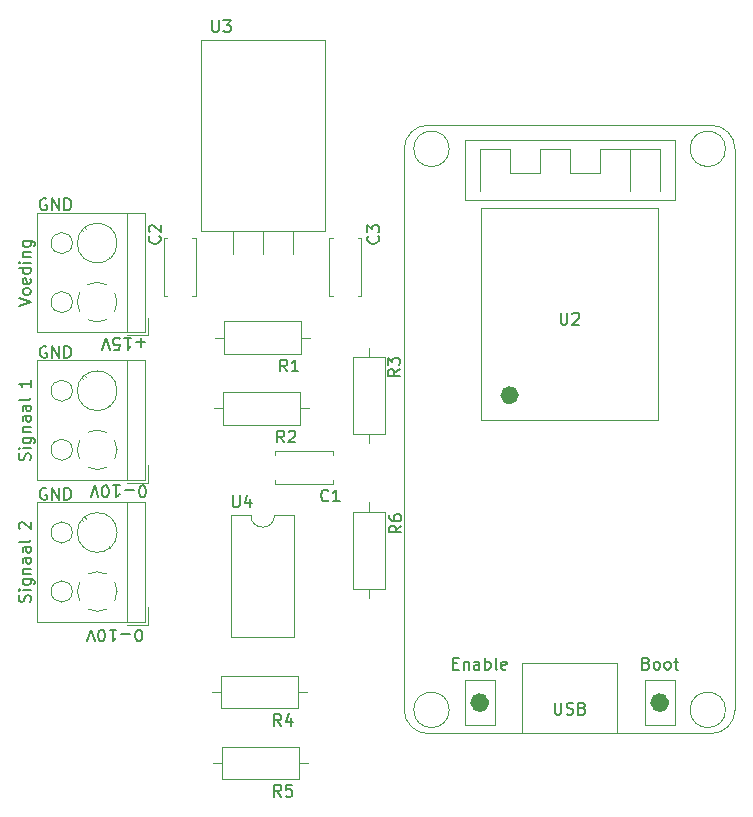
<source format=gbr>
%TF.GenerationSoftware,KiCad,Pcbnew,7.0.0*%
%TF.CreationDate,2023-02-24T19:45:49+01:00*%
%TF.ProjectId,afzuiging-pcb,61667a75-6967-4696-9e67-2d7063622e6b,0*%
%TF.SameCoordinates,Original*%
%TF.FileFunction,Legend,Top*%
%TF.FilePolarity,Positive*%
%FSLAX46Y46*%
G04 Gerber Fmt 4.6, Leading zero omitted, Abs format (unit mm)*
G04 Created by KiCad (PCBNEW 7.0.0) date 2023-02-24 19:45:49*
%MOMM*%
%LPD*%
G01*
G04 APERTURE LIST*
%ADD10C,0.150000*%
%ADD11C,0.120000*%
%ADD12C,1.000000*%
%ADD13C,0.800000*%
G04 APERTURE END LIST*
D10*
X34571428Y-73717619D02*
X34476190Y-73717619D01*
X34476190Y-73717619D02*
X34380952Y-73670000D01*
X34380952Y-73670000D02*
X34333333Y-73622380D01*
X34333333Y-73622380D02*
X34285714Y-73527142D01*
X34285714Y-73527142D02*
X34238095Y-73336666D01*
X34238095Y-73336666D02*
X34238095Y-73098571D01*
X34238095Y-73098571D02*
X34285714Y-72908095D01*
X34285714Y-72908095D02*
X34333333Y-72812857D01*
X34333333Y-72812857D02*
X34380952Y-72765238D01*
X34380952Y-72765238D02*
X34476190Y-72717619D01*
X34476190Y-72717619D02*
X34571428Y-72717619D01*
X34571428Y-72717619D02*
X34666666Y-72765238D01*
X34666666Y-72765238D02*
X34714285Y-72812857D01*
X34714285Y-72812857D02*
X34761904Y-72908095D01*
X34761904Y-72908095D02*
X34809523Y-73098571D01*
X34809523Y-73098571D02*
X34809523Y-73336666D01*
X34809523Y-73336666D02*
X34761904Y-73527142D01*
X34761904Y-73527142D02*
X34714285Y-73622380D01*
X34714285Y-73622380D02*
X34666666Y-73670000D01*
X34666666Y-73670000D02*
X34571428Y-73717619D01*
X33809523Y-73098571D02*
X33047619Y-73098571D01*
X32047619Y-72717619D02*
X32619047Y-72717619D01*
X32333333Y-72717619D02*
X32333333Y-73717619D01*
X32333333Y-73717619D02*
X32428571Y-73574761D01*
X32428571Y-73574761D02*
X32523809Y-73479523D01*
X32523809Y-73479523D02*
X32619047Y-73431904D01*
X31428571Y-73717619D02*
X31333333Y-73717619D01*
X31333333Y-73717619D02*
X31238095Y-73670000D01*
X31238095Y-73670000D02*
X31190476Y-73622380D01*
X31190476Y-73622380D02*
X31142857Y-73527142D01*
X31142857Y-73527142D02*
X31095238Y-73336666D01*
X31095238Y-73336666D02*
X31095238Y-73098571D01*
X31095238Y-73098571D02*
X31142857Y-72908095D01*
X31142857Y-72908095D02*
X31190476Y-72812857D01*
X31190476Y-72812857D02*
X31238095Y-72765238D01*
X31238095Y-72765238D02*
X31333333Y-72717619D01*
X31333333Y-72717619D02*
X31428571Y-72717619D01*
X31428571Y-72717619D02*
X31523809Y-72765238D01*
X31523809Y-72765238D02*
X31571428Y-72812857D01*
X31571428Y-72812857D02*
X31619047Y-72908095D01*
X31619047Y-72908095D02*
X31666666Y-73098571D01*
X31666666Y-73098571D02*
X31666666Y-73336666D01*
X31666666Y-73336666D02*
X31619047Y-73527142D01*
X31619047Y-73527142D02*
X31571428Y-73622380D01*
X31571428Y-73622380D02*
X31523809Y-73670000D01*
X31523809Y-73670000D02*
X31428571Y-73717619D01*
X30809523Y-73717619D02*
X30476190Y-72717619D01*
X30476190Y-72717619D02*
X30142857Y-73717619D01*
X34871428Y-61517619D02*
X34776190Y-61517619D01*
X34776190Y-61517619D02*
X34680952Y-61470000D01*
X34680952Y-61470000D02*
X34633333Y-61422380D01*
X34633333Y-61422380D02*
X34585714Y-61327142D01*
X34585714Y-61327142D02*
X34538095Y-61136666D01*
X34538095Y-61136666D02*
X34538095Y-60898571D01*
X34538095Y-60898571D02*
X34585714Y-60708095D01*
X34585714Y-60708095D02*
X34633333Y-60612857D01*
X34633333Y-60612857D02*
X34680952Y-60565238D01*
X34680952Y-60565238D02*
X34776190Y-60517619D01*
X34776190Y-60517619D02*
X34871428Y-60517619D01*
X34871428Y-60517619D02*
X34966666Y-60565238D01*
X34966666Y-60565238D02*
X35014285Y-60612857D01*
X35014285Y-60612857D02*
X35061904Y-60708095D01*
X35061904Y-60708095D02*
X35109523Y-60898571D01*
X35109523Y-60898571D02*
X35109523Y-61136666D01*
X35109523Y-61136666D02*
X35061904Y-61327142D01*
X35061904Y-61327142D02*
X35014285Y-61422380D01*
X35014285Y-61422380D02*
X34966666Y-61470000D01*
X34966666Y-61470000D02*
X34871428Y-61517619D01*
X34109523Y-60898571D02*
X33347619Y-60898571D01*
X32347619Y-60517619D02*
X32919047Y-60517619D01*
X32633333Y-60517619D02*
X32633333Y-61517619D01*
X32633333Y-61517619D02*
X32728571Y-61374761D01*
X32728571Y-61374761D02*
X32823809Y-61279523D01*
X32823809Y-61279523D02*
X32919047Y-61231904D01*
X31728571Y-61517619D02*
X31633333Y-61517619D01*
X31633333Y-61517619D02*
X31538095Y-61470000D01*
X31538095Y-61470000D02*
X31490476Y-61422380D01*
X31490476Y-61422380D02*
X31442857Y-61327142D01*
X31442857Y-61327142D02*
X31395238Y-61136666D01*
X31395238Y-61136666D02*
X31395238Y-60898571D01*
X31395238Y-60898571D02*
X31442857Y-60708095D01*
X31442857Y-60708095D02*
X31490476Y-60612857D01*
X31490476Y-60612857D02*
X31538095Y-60565238D01*
X31538095Y-60565238D02*
X31633333Y-60517619D01*
X31633333Y-60517619D02*
X31728571Y-60517619D01*
X31728571Y-60517619D02*
X31823809Y-60565238D01*
X31823809Y-60565238D02*
X31871428Y-60612857D01*
X31871428Y-60612857D02*
X31919047Y-60708095D01*
X31919047Y-60708095D02*
X31966666Y-60898571D01*
X31966666Y-60898571D02*
X31966666Y-61136666D01*
X31966666Y-61136666D02*
X31919047Y-61327142D01*
X31919047Y-61327142D02*
X31871428Y-61422380D01*
X31871428Y-61422380D02*
X31823809Y-61470000D01*
X31823809Y-61470000D02*
X31728571Y-61517619D01*
X31109523Y-61517619D02*
X30776190Y-60517619D01*
X30776190Y-60517619D02*
X30442857Y-61517619D01*
X35061904Y-48398571D02*
X34300000Y-48398571D01*
X34680952Y-48017619D02*
X34680952Y-48779523D01*
X33300000Y-48017619D02*
X33871428Y-48017619D01*
X33585714Y-48017619D02*
X33585714Y-49017619D01*
X33585714Y-49017619D02*
X33680952Y-48874761D01*
X33680952Y-48874761D02*
X33776190Y-48779523D01*
X33776190Y-48779523D02*
X33871428Y-48731904D01*
X32395238Y-49017619D02*
X32871428Y-49017619D01*
X32871428Y-49017619D02*
X32919047Y-48541428D01*
X32919047Y-48541428D02*
X32871428Y-48589047D01*
X32871428Y-48589047D02*
X32776190Y-48636666D01*
X32776190Y-48636666D02*
X32538095Y-48636666D01*
X32538095Y-48636666D02*
X32442857Y-48589047D01*
X32442857Y-48589047D02*
X32395238Y-48541428D01*
X32395238Y-48541428D02*
X32347619Y-48446190D01*
X32347619Y-48446190D02*
X32347619Y-48208095D01*
X32347619Y-48208095D02*
X32395238Y-48112857D01*
X32395238Y-48112857D02*
X32442857Y-48065238D01*
X32442857Y-48065238D02*
X32538095Y-48017619D01*
X32538095Y-48017619D02*
X32776190Y-48017619D01*
X32776190Y-48017619D02*
X32871428Y-48065238D01*
X32871428Y-48065238D02*
X32919047Y-48112857D01*
X32061904Y-49017619D02*
X31728571Y-48017619D01*
X31728571Y-48017619D02*
X31395238Y-49017619D01*
X26701904Y-60770000D02*
X26606666Y-60722380D01*
X26606666Y-60722380D02*
X26463809Y-60722380D01*
X26463809Y-60722380D02*
X26320952Y-60770000D01*
X26320952Y-60770000D02*
X26225714Y-60865238D01*
X26225714Y-60865238D02*
X26178095Y-60960476D01*
X26178095Y-60960476D02*
X26130476Y-61150952D01*
X26130476Y-61150952D02*
X26130476Y-61293809D01*
X26130476Y-61293809D02*
X26178095Y-61484285D01*
X26178095Y-61484285D02*
X26225714Y-61579523D01*
X26225714Y-61579523D02*
X26320952Y-61674761D01*
X26320952Y-61674761D02*
X26463809Y-61722380D01*
X26463809Y-61722380D02*
X26559047Y-61722380D01*
X26559047Y-61722380D02*
X26701904Y-61674761D01*
X26701904Y-61674761D02*
X26749523Y-61627142D01*
X26749523Y-61627142D02*
X26749523Y-61293809D01*
X26749523Y-61293809D02*
X26559047Y-61293809D01*
X27178095Y-61722380D02*
X27178095Y-60722380D01*
X27178095Y-60722380D02*
X27749523Y-61722380D01*
X27749523Y-61722380D02*
X27749523Y-60722380D01*
X28225714Y-61722380D02*
X28225714Y-60722380D01*
X28225714Y-60722380D02*
X28463809Y-60722380D01*
X28463809Y-60722380D02*
X28606666Y-60770000D01*
X28606666Y-60770000D02*
X28701904Y-60865238D01*
X28701904Y-60865238D02*
X28749523Y-60960476D01*
X28749523Y-60960476D02*
X28797142Y-61150952D01*
X28797142Y-61150952D02*
X28797142Y-61293809D01*
X28797142Y-61293809D02*
X28749523Y-61484285D01*
X28749523Y-61484285D02*
X28701904Y-61579523D01*
X28701904Y-61579523D02*
X28606666Y-61674761D01*
X28606666Y-61674761D02*
X28463809Y-61722380D01*
X28463809Y-61722380D02*
X28225714Y-61722380D01*
X26701904Y-48770000D02*
X26606666Y-48722380D01*
X26606666Y-48722380D02*
X26463809Y-48722380D01*
X26463809Y-48722380D02*
X26320952Y-48770000D01*
X26320952Y-48770000D02*
X26225714Y-48865238D01*
X26225714Y-48865238D02*
X26178095Y-48960476D01*
X26178095Y-48960476D02*
X26130476Y-49150952D01*
X26130476Y-49150952D02*
X26130476Y-49293809D01*
X26130476Y-49293809D02*
X26178095Y-49484285D01*
X26178095Y-49484285D02*
X26225714Y-49579523D01*
X26225714Y-49579523D02*
X26320952Y-49674761D01*
X26320952Y-49674761D02*
X26463809Y-49722380D01*
X26463809Y-49722380D02*
X26559047Y-49722380D01*
X26559047Y-49722380D02*
X26701904Y-49674761D01*
X26701904Y-49674761D02*
X26749523Y-49627142D01*
X26749523Y-49627142D02*
X26749523Y-49293809D01*
X26749523Y-49293809D02*
X26559047Y-49293809D01*
X27178095Y-49722380D02*
X27178095Y-48722380D01*
X27178095Y-48722380D02*
X27749523Y-49722380D01*
X27749523Y-49722380D02*
X27749523Y-48722380D01*
X28225714Y-49722380D02*
X28225714Y-48722380D01*
X28225714Y-48722380D02*
X28463809Y-48722380D01*
X28463809Y-48722380D02*
X28606666Y-48770000D01*
X28606666Y-48770000D02*
X28701904Y-48865238D01*
X28701904Y-48865238D02*
X28749523Y-48960476D01*
X28749523Y-48960476D02*
X28797142Y-49150952D01*
X28797142Y-49150952D02*
X28797142Y-49293809D01*
X28797142Y-49293809D02*
X28749523Y-49484285D01*
X28749523Y-49484285D02*
X28701904Y-49579523D01*
X28701904Y-49579523D02*
X28606666Y-49674761D01*
X28606666Y-49674761D02*
X28463809Y-49722380D01*
X28463809Y-49722380D02*
X28225714Y-49722380D01*
X26701904Y-36270000D02*
X26606666Y-36222380D01*
X26606666Y-36222380D02*
X26463809Y-36222380D01*
X26463809Y-36222380D02*
X26320952Y-36270000D01*
X26320952Y-36270000D02*
X26225714Y-36365238D01*
X26225714Y-36365238D02*
X26178095Y-36460476D01*
X26178095Y-36460476D02*
X26130476Y-36650952D01*
X26130476Y-36650952D02*
X26130476Y-36793809D01*
X26130476Y-36793809D02*
X26178095Y-36984285D01*
X26178095Y-36984285D02*
X26225714Y-37079523D01*
X26225714Y-37079523D02*
X26320952Y-37174761D01*
X26320952Y-37174761D02*
X26463809Y-37222380D01*
X26463809Y-37222380D02*
X26559047Y-37222380D01*
X26559047Y-37222380D02*
X26701904Y-37174761D01*
X26701904Y-37174761D02*
X26749523Y-37127142D01*
X26749523Y-37127142D02*
X26749523Y-36793809D01*
X26749523Y-36793809D02*
X26559047Y-36793809D01*
X27178095Y-37222380D02*
X27178095Y-36222380D01*
X27178095Y-36222380D02*
X27749523Y-37222380D01*
X27749523Y-37222380D02*
X27749523Y-36222380D01*
X28225714Y-37222380D02*
X28225714Y-36222380D01*
X28225714Y-36222380D02*
X28463809Y-36222380D01*
X28463809Y-36222380D02*
X28606666Y-36270000D01*
X28606666Y-36270000D02*
X28701904Y-36365238D01*
X28701904Y-36365238D02*
X28749523Y-36460476D01*
X28749523Y-36460476D02*
X28797142Y-36650952D01*
X28797142Y-36650952D02*
X28797142Y-36793809D01*
X28797142Y-36793809D02*
X28749523Y-36984285D01*
X28749523Y-36984285D02*
X28701904Y-37079523D01*
X28701904Y-37079523D02*
X28606666Y-37174761D01*
X28606666Y-37174761D02*
X28463809Y-37222380D01*
X28463809Y-37222380D02*
X28225714Y-37222380D01*
%TO.C,C1*%
X50583333Y-61772142D02*
X50535714Y-61819761D01*
X50535714Y-61819761D02*
X50392857Y-61867380D01*
X50392857Y-61867380D02*
X50297619Y-61867380D01*
X50297619Y-61867380D02*
X50154762Y-61819761D01*
X50154762Y-61819761D02*
X50059524Y-61724523D01*
X50059524Y-61724523D02*
X50011905Y-61629285D01*
X50011905Y-61629285D02*
X49964286Y-61438809D01*
X49964286Y-61438809D02*
X49964286Y-61295952D01*
X49964286Y-61295952D02*
X50011905Y-61105476D01*
X50011905Y-61105476D02*
X50059524Y-61010238D01*
X50059524Y-61010238D02*
X50154762Y-60915000D01*
X50154762Y-60915000D02*
X50297619Y-60867380D01*
X50297619Y-60867380D02*
X50392857Y-60867380D01*
X50392857Y-60867380D02*
X50535714Y-60915000D01*
X50535714Y-60915000D02*
X50583333Y-60962619D01*
X51535714Y-61867380D02*
X50964286Y-61867380D01*
X51250000Y-61867380D02*
X51250000Y-60867380D01*
X51250000Y-60867380D02*
X51154762Y-61010238D01*
X51154762Y-61010238D02*
X51059524Y-61105476D01*
X51059524Y-61105476D02*
X50964286Y-61153095D01*
%TO.C,R6*%
X56737380Y-63916666D02*
X56261190Y-64249999D01*
X56737380Y-64488094D02*
X55737380Y-64488094D01*
X55737380Y-64488094D02*
X55737380Y-64107142D01*
X55737380Y-64107142D02*
X55785000Y-64011904D01*
X55785000Y-64011904D02*
X55832619Y-63964285D01*
X55832619Y-63964285D02*
X55927857Y-63916666D01*
X55927857Y-63916666D02*
X56070714Y-63916666D01*
X56070714Y-63916666D02*
X56165952Y-63964285D01*
X56165952Y-63964285D02*
X56213571Y-64011904D01*
X56213571Y-64011904D02*
X56261190Y-64107142D01*
X56261190Y-64107142D02*
X56261190Y-64488094D01*
X55737380Y-63059523D02*
X55737380Y-63249999D01*
X55737380Y-63249999D02*
X55785000Y-63345237D01*
X55785000Y-63345237D02*
X55832619Y-63392856D01*
X55832619Y-63392856D02*
X55975476Y-63488094D01*
X55975476Y-63488094D02*
X56165952Y-63535713D01*
X56165952Y-63535713D02*
X56546904Y-63535713D01*
X56546904Y-63535713D02*
X56642142Y-63488094D01*
X56642142Y-63488094D02*
X56689761Y-63440475D01*
X56689761Y-63440475D02*
X56737380Y-63345237D01*
X56737380Y-63345237D02*
X56737380Y-63154761D01*
X56737380Y-63154761D02*
X56689761Y-63059523D01*
X56689761Y-63059523D02*
X56642142Y-63011904D01*
X56642142Y-63011904D02*
X56546904Y-62964285D01*
X56546904Y-62964285D02*
X56308809Y-62964285D01*
X56308809Y-62964285D02*
X56213571Y-63011904D01*
X56213571Y-63011904D02*
X56165952Y-63059523D01*
X56165952Y-63059523D02*
X56118333Y-63154761D01*
X56118333Y-63154761D02*
X56118333Y-63345237D01*
X56118333Y-63345237D02*
X56165952Y-63440475D01*
X56165952Y-63440475D02*
X56213571Y-63488094D01*
X56213571Y-63488094D02*
X56308809Y-63535713D01*
%TO.C,J1*%
X24367380Y-45309523D02*
X25367380Y-44976190D01*
X25367380Y-44976190D02*
X24367380Y-44642857D01*
X25367380Y-44166666D02*
X25319761Y-44261904D01*
X25319761Y-44261904D02*
X25272142Y-44309523D01*
X25272142Y-44309523D02*
X25176904Y-44357142D01*
X25176904Y-44357142D02*
X24891190Y-44357142D01*
X24891190Y-44357142D02*
X24795952Y-44309523D01*
X24795952Y-44309523D02*
X24748333Y-44261904D01*
X24748333Y-44261904D02*
X24700714Y-44166666D01*
X24700714Y-44166666D02*
X24700714Y-44023809D01*
X24700714Y-44023809D02*
X24748333Y-43928571D01*
X24748333Y-43928571D02*
X24795952Y-43880952D01*
X24795952Y-43880952D02*
X24891190Y-43833333D01*
X24891190Y-43833333D02*
X25176904Y-43833333D01*
X25176904Y-43833333D02*
X25272142Y-43880952D01*
X25272142Y-43880952D02*
X25319761Y-43928571D01*
X25319761Y-43928571D02*
X25367380Y-44023809D01*
X25367380Y-44023809D02*
X25367380Y-44166666D01*
X25319761Y-43023809D02*
X25367380Y-43119047D01*
X25367380Y-43119047D02*
X25367380Y-43309523D01*
X25367380Y-43309523D02*
X25319761Y-43404761D01*
X25319761Y-43404761D02*
X25224523Y-43452380D01*
X25224523Y-43452380D02*
X24843571Y-43452380D01*
X24843571Y-43452380D02*
X24748333Y-43404761D01*
X24748333Y-43404761D02*
X24700714Y-43309523D01*
X24700714Y-43309523D02*
X24700714Y-43119047D01*
X24700714Y-43119047D02*
X24748333Y-43023809D01*
X24748333Y-43023809D02*
X24843571Y-42976190D01*
X24843571Y-42976190D02*
X24938809Y-42976190D01*
X24938809Y-42976190D02*
X25034047Y-43452380D01*
X25367380Y-42119047D02*
X24367380Y-42119047D01*
X25319761Y-42119047D02*
X25367380Y-42214285D01*
X25367380Y-42214285D02*
X25367380Y-42404761D01*
X25367380Y-42404761D02*
X25319761Y-42499999D01*
X25319761Y-42499999D02*
X25272142Y-42547618D01*
X25272142Y-42547618D02*
X25176904Y-42595237D01*
X25176904Y-42595237D02*
X24891190Y-42595237D01*
X24891190Y-42595237D02*
X24795952Y-42547618D01*
X24795952Y-42547618D02*
X24748333Y-42499999D01*
X24748333Y-42499999D02*
X24700714Y-42404761D01*
X24700714Y-42404761D02*
X24700714Y-42214285D01*
X24700714Y-42214285D02*
X24748333Y-42119047D01*
X25367380Y-41642856D02*
X24700714Y-41642856D01*
X24367380Y-41642856D02*
X24415000Y-41690475D01*
X24415000Y-41690475D02*
X24462619Y-41642856D01*
X24462619Y-41642856D02*
X24415000Y-41595237D01*
X24415000Y-41595237D02*
X24367380Y-41642856D01*
X24367380Y-41642856D02*
X24462619Y-41642856D01*
X24700714Y-41166666D02*
X25367380Y-41166666D01*
X24795952Y-41166666D02*
X24748333Y-41119047D01*
X24748333Y-41119047D02*
X24700714Y-41023809D01*
X24700714Y-41023809D02*
X24700714Y-40880952D01*
X24700714Y-40880952D02*
X24748333Y-40785714D01*
X24748333Y-40785714D02*
X24843571Y-40738095D01*
X24843571Y-40738095D02*
X25367380Y-40738095D01*
X24700714Y-39833333D02*
X25510238Y-39833333D01*
X25510238Y-39833333D02*
X25605476Y-39880952D01*
X25605476Y-39880952D02*
X25653095Y-39928571D01*
X25653095Y-39928571D02*
X25700714Y-40023809D01*
X25700714Y-40023809D02*
X25700714Y-40166666D01*
X25700714Y-40166666D02*
X25653095Y-40261904D01*
X25319761Y-39833333D02*
X25367380Y-39928571D01*
X25367380Y-39928571D02*
X25367380Y-40119047D01*
X25367380Y-40119047D02*
X25319761Y-40214285D01*
X25319761Y-40214285D02*
X25272142Y-40261904D01*
X25272142Y-40261904D02*
X25176904Y-40309523D01*
X25176904Y-40309523D02*
X24891190Y-40309523D01*
X24891190Y-40309523D02*
X24795952Y-40261904D01*
X24795952Y-40261904D02*
X24748333Y-40214285D01*
X24748333Y-40214285D02*
X24700714Y-40119047D01*
X24700714Y-40119047D02*
X24700714Y-39928571D01*
X24700714Y-39928571D02*
X24748333Y-39833333D01*
%TO.C,R3*%
X56617380Y-50666666D02*
X56141190Y-50999999D01*
X56617380Y-51238094D02*
X55617380Y-51238094D01*
X55617380Y-51238094D02*
X55617380Y-50857142D01*
X55617380Y-50857142D02*
X55665000Y-50761904D01*
X55665000Y-50761904D02*
X55712619Y-50714285D01*
X55712619Y-50714285D02*
X55807857Y-50666666D01*
X55807857Y-50666666D02*
X55950714Y-50666666D01*
X55950714Y-50666666D02*
X56045952Y-50714285D01*
X56045952Y-50714285D02*
X56093571Y-50761904D01*
X56093571Y-50761904D02*
X56141190Y-50857142D01*
X56141190Y-50857142D02*
X56141190Y-51238094D01*
X55617380Y-50333332D02*
X55617380Y-49714285D01*
X55617380Y-49714285D02*
X55998333Y-50047618D01*
X55998333Y-50047618D02*
X55998333Y-49904761D01*
X55998333Y-49904761D02*
X56045952Y-49809523D01*
X56045952Y-49809523D02*
X56093571Y-49761904D01*
X56093571Y-49761904D02*
X56188809Y-49714285D01*
X56188809Y-49714285D02*
X56426904Y-49714285D01*
X56426904Y-49714285D02*
X56522142Y-49761904D01*
X56522142Y-49761904D02*
X56569761Y-49809523D01*
X56569761Y-49809523D02*
X56617380Y-49904761D01*
X56617380Y-49904761D02*
X56617380Y-50190475D01*
X56617380Y-50190475D02*
X56569761Y-50285713D01*
X56569761Y-50285713D02*
X56522142Y-50333332D01*
%TO.C,J3*%
X25319761Y-70371428D02*
X25367380Y-70228571D01*
X25367380Y-70228571D02*
X25367380Y-69990476D01*
X25367380Y-69990476D02*
X25319761Y-69895238D01*
X25319761Y-69895238D02*
X25272142Y-69847619D01*
X25272142Y-69847619D02*
X25176904Y-69800000D01*
X25176904Y-69800000D02*
X25081666Y-69800000D01*
X25081666Y-69800000D02*
X24986428Y-69847619D01*
X24986428Y-69847619D02*
X24938809Y-69895238D01*
X24938809Y-69895238D02*
X24891190Y-69990476D01*
X24891190Y-69990476D02*
X24843571Y-70180952D01*
X24843571Y-70180952D02*
X24795952Y-70276190D01*
X24795952Y-70276190D02*
X24748333Y-70323809D01*
X24748333Y-70323809D02*
X24653095Y-70371428D01*
X24653095Y-70371428D02*
X24557857Y-70371428D01*
X24557857Y-70371428D02*
X24462619Y-70323809D01*
X24462619Y-70323809D02*
X24415000Y-70276190D01*
X24415000Y-70276190D02*
X24367380Y-70180952D01*
X24367380Y-70180952D02*
X24367380Y-69942857D01*
X24367380Y-69942857D02*
X24415000Y-69800000D01*
X25367380Y-69371428D02*
X24700714Y-69371428D01*
X24367380Y-69371428D02*
X24415000Y-69419047D01*
X24415000Y-69419047D02*
X24462619Y-69371428D01*
X24462619Y-69371428D02*
X24415000Y-69323809D01*
X24415000Y-69323809D02*
X24367380Y-69371428D01*
X24367380Y-69371428D02*
X24462619Y-69371428D01*
X24700714Y-68466667D02*
X25510238Y-68466667D01*
X25510238Y-68466667D02*
X25605476Y-68514286D01*
X25605476Y-68514286D02*
X25653095Y-68561905D01*
X25653095Y-68561905D02*
X25700714Y-68657143D01*
X25700714Y-68657143D02*
X25700714Y-68800000D01*
X25700714Y-68800000D02*
X25653095Y-68895238D01*
X25319761Y-68466667D02*
X25367380Y-68561905D01*
X25367380Y-68561905D02*
X25367380Y-68752381D01*
X25367380Y-68752381D02*
X25319761Y-68847619D01*
X25319761Y-68847619D02*
X25272142Y-68895238D01*
X25272142Y-68895238D02*
X25176904Y-68942857D01*
X25176904Y-68942857D02*
X24891190Y-68942857D01*
X24891190Y-68942857D02*
X24795952Y-68895238D01*
X24795952Y-68895238D02*
X24748333Y-68847619D01*
X24748333Y-68847619D02*
X24700714Y-68752381D01*
X24700714Y-68752381D02*
X24700714Y-68561905D01*
X24700714Y-68561905D02*
X24748333Y-68466667D01*
X24700714Y-67990476D02*
X25367380Y-67990476D01*
X24795952Y-67990476D02*
X24748333Y-67942857D01*
X24748333Y-67942857D02*
X24700714Y-67847619D01*
X24700714Y-67847619D02*
X24700714Y-67704762D01*
X24700714Y-67704762D02*
X24748333Y-67609524D01*
X24748333Y-67609524D02*
X24843571Y-67561905D01*
X24843571Y-67561905D02*
X25367380Y-67561905D01*
X25367380Y-66657143D02*
X24843571Y-66657143D01*
X24843571Y-66657143D02*
X24748333Y-66704762D01*
X24748333Y-66704762D02*
X24700714Y-66800000D01*
X24700714Y-66800000D02*
X24700714Y-66990476D01*
X24700714Y-66990476D02*
X24748333Y-67085714D01*
X25319761Y-66657143D02*
X25367380Y-66752381D01*
X25367380Y-66752381D02*
X25367380Y-66990476D01*
X25367380Y-66990476D02*
X25319761Y-67085714D01*
X25319761Y-67085714D02*
X25224523Y-67133333D01*
X25224523Y-67133333D02*
X25129285Y-67133333D01*
X25129285Y-67133333D02*
X25034047Y-67085714D01*
X25034047Y-67085714D02*
X24986428Y-66990476D01*
X24986428Y-66990476D02*
X24986428Y-66752381D01*
X24986428Y-66752381D02*
X24938809Y-66657143D01*
X25367380Y-65752381D02*
X24843571Y-65752381D01*
X24843571Y-65752381D02*
X24748333Y-65800000D01*
X24748333Y-65800000D02*
X24700714Y-65895238D01*
X24700714Y-65895238D02*
X24700714Y-66085714D01*
X24700714Y-66085714D02*
X24748333Y-66180952D01*
X25319761Y-65752381D02*
X25367380Y-65847619D01*
X25367380Y-65847619D02*
X25367380Y-66085714D01*
X25367380Y-66085714D02*
X25319761Y-66180952D01*
X25319761Y-66180952D02*
X25224523Y-66228571D01*
X25224523Y-66228571D02*
X25129285Y-66228571D01*
X25129285Y-66228571D02*
X25034047Y-66180952D01*
X25034047Y-66180952D02*
X24986428Y-66085714D01*
X24986428Y-66085714D02*
X24986428Y-65847619D01*
X24986428Y-65847619D02*
X24938809Y-65752381D01*
X25367380Y-65133333D02*
X25319761Y-65228571D01*
X25319761Y-65228571D02*
X25224523Y-65276190D01*
X25224523Y-65276190D02*
X24367380Y-65276190D01*
X24462619Y-64199999D02*
X24415000Y-64152380D01*
X24415000Y-64152380D02*
X24367380Y-64057142D01*
X24367380Y-64057142D02*
X24367380Y-63819047D01*
X24367380Y-63819047D02*
X24415000Y-63723809D01*
X24415000Y-63723809D02*
X24462619Y-63676190D01*
X24462619Y-63676190D02*
X24557857Y-63628571D01*
X24557857Y-63628571D02*
X24653095Y-63628571D01*
X24653095Y-63628571D02*
X24795952Y-63676190D01*
X24795952Y-63676190D02*
X25367380Y-64247618D01*
X25367380Y-64247618D02*
X25367380Y-63628571D01*
%TO.C,R4*%
X46583333Y-80867380D02*
X46250000Y-80391190D01*
X46011905Y-80867380D02*
X46011905Y-79867380D01*
X46011905Y-79867380D02*
X46392857Y-79867380D01*
X46392857Y-79867380D02*
X46488095Y-79915000D01*
X46488095Y-79915000D02*
X46535714Y-79962619D01*
X46535714Y-79962619D02*
X46583333Y-80057857D01*
X46583333Y-80057857D02*
X46583333Y-80200714D01*
X46583333Y-80200714D02*
X46535714Y-80295952D01*
X46535714Y-80295952D02*
X46488095Y-80343571D01*
X46488095Y-80343571D02*
X46392857Y-80391190D01*
X46392857Y-80391190D02*
X46011905Y-80391190D01*
X47440476Y-80200714D02*
X47440476Y-80867380D01*
X47202381Y-79819761D02*
X46964286Y-80534047D01*
X46964286Y-80534047D02*
X47583333Y-80534047D01*
%TO.C,R1*%
X47083333Y-50867380D02*
X46750000Y-50391190D01*
X46511905Y-50867380D02*
X46511905Y-49867380D01*
X46511905Y-49867380D02*
X46892857Y-49867380D01*
X46892857Y-49867380D02*
X46988095Y-49915000D01*
X46988095Y-49915000D02*
X47035714Y-49962619D01*
X47035714Y-49962619D02*
X47083333Y-50057857D01*
X47083333Y-50057857D02*
X47083333Y-50200714D01*
X47083333Y-50200714D02*
X47035714Y-50295952D01*
X47035714Y-50295952D02*
X46988095Y-50343571D01*
X46988095Y-50343571D02*
X46892857Y-50391190D01*
X46892857Y-50391190D02*
X46511905Y-50391190D01*
X48035714Y-50867380D02*
X47464286Y-50867380D01*
X47750000Y-50867380D02*
X47750000Y-49867380D01*
X47750000Y-49867380D02*
X47654762Y-50010238D01*
X47654762Y-50010238D02*
X47559524Y-50105476D01*
X47559524Y-50105476D02*
X47464286Y-50153095D01*
%TO.C,U4*%
X42488095Y-61367380D02*
X42488095Y-62176904D01*
X42488095Y-62176904D02*
X42535714Y-62272142D01*
X42535714Y-62272142D02*
X42583333Y-62319761D01*
X42583333Y-62319761D02*
X42678571Y-62367380D01*
X42678571Y-62367380D02*
X42869047Y-62367380D01*
X42869047Y-62367380D02*
X42964285Y-62319761D01*
X42964285Y-62319761D02*
X43011904Y-62272142D01*
X43011904Y-62272142D02*
X43059523Y-62176904D01*
X43059523Y-62176904D02*
X43059523Y-61367380D01*
X43964285Y-61700714D02*
X43964285Y-62367380D01*
X43726190Y-61319761D02*
X43488095Y-62034047D01*
X43488095Y-62034047D02*
X44107142Y-62034047D01*
%TO.C,C2*%
X36272142Y-39416666D02*
X36319761Y-39464285D01*
X36319761Y-39464285D02*
X36367380Y-39607142D01*
X36367380Y-39607142D02*
X36367380Y-39702380D01*
X36367380Y-39702380D02*
X36319761Y-39845237D01*
X36319761Y-39845237D02*
X36224523Y-39940475D01*
X36224523Y-39940475D02*
X36129285Y-39988094D01*
X36129285Y-39988094D02*
X35938809Y-40035713D01*
X35938809Y-40035713D02*
X35795952Y-40035713D01*
X35795952Y-40035713D02*
X35605476Y-39988094D01*
X35605476Y-39988094D02*
X35510238Y-39940475D01*
X35510238Y-39940475D02*
X35415000Y-39845237D01*
X35415000Y-39845237D02*
X35367380Y-39702380D01*
X35367380Y-39702380D02*
X35367380Y-39607142D01*
X35367380Y-39607142D02*
X35415000Y-39464285D01*
X35415000Y-39464285D02*
X35462619Y-39416666D01*
X35462619Y-39035713D02*
X35415000Y-38988094D01*
X35415000Y-38988094D02*
X35367380Y-38892856D01*
X35367380Y-38892856D02*
X35367380Y-38654761D01*
X35367380Y-38654761D02*
X35415000Y-38559523D01*
X35415000Y-38559523D02*
X35462619Y-38511904D01*
X35462619Y-38511904D02*
X35557857Y-38464285D01*
X35557857Y-38464285D02*
X35653095Y-38464285D01*
X35653095Y-38464285D02*
X35795952Y-38511904D01*
X35795952Y-38511904D02*
X36367380Y-39083332D01*
X36367380Y-39083332D02*
X36367380Y-38464285D01*
%TO.C,J2*%
X25319761Y-58371428D02*
X25367380Y-58228571D01*
X25367380Y-58228571D02*
X25367380Y-57990476D01*
X25367380Y-57990476D02*
X25319761Y-57895238D01*
X25319761Y-57895238D02*
X25272142Y-57847619D01*
X25272142Y-57847619D02*
X25176904Y-57800000D01*
X25176904Y-57800000D02*
X25081666Y-57800000D01*
X25081666Y-57800000D02*
X24986428Y-57847619D01*
X24986428Y-57847619D02*
X24938809Y-57895238D01*
X24938809Y-57895238D02*
X24891190Y-57990476D01*
X24891190Y-57990476D02*
X24843571Y-58180952D01*
X24843571Y-58180952D02*
X24795952Y-58276190D01*
X24795952Y-58276190D02*
X24748333Y-58323809D01*
X24748333Y-58323809D02*
X24653095Y-58371428D01*
X24653095Y-58371428D02*
X24557857Y-58371428D01*
X24557857Y-58371428D02*
X24462619Y-58323809D01*
X24462619Y-58323809D02*
X24415000Y-58276190D01*
X24415000Y-58276190D02*
X24367380Y-58180952D01*
X24367380Y-58180952D02*
X24367380Y-57942857D01*
X24367380Y-57942857D02*
X24415000Y-57800000D01*
X25367380Y-57371428D02*
X24700714Y-57371428D01*
X24367380Y-57371428D02*
X24415000Y-57419047D01*
X24415000Y-57419047D02*
X24462619Y-57371428D01*
X24462619Y-57371428D02*
X24415000Y-57323809D01*
X24415000Y-57323809D02*
X24367380Y-57371428D01*
X24367380Y-57371428D02*
X24462619Y-57371428D01*
X24700714Y-56466667D02*
X25510238Y-56466667D01*
X25510238Y-56466667D02*
X25605476Y-56514286D01*
X25605476Y-56514286D02*
X25653095Y-56561905D01*
X25653095Y-56561905D02*
X25700714Y-56657143D01*
X25700714Y-56657143D02*
X25700714Y-56800000D01*
X25700714Y-56800000D02*
X25653095Y-56895238D01*
X25319761Y-56466667D02*
X25367380Y-56561905D01*
X25367380Y-56561905D02*
X25367380Y-56752381D01*
X25367380Y-56752381D02*
X25319761Y-56847619D01*
X25319761Y-56847619D02*
X25272142Y-56895238D01*
X25272142Y-56895238D02*
X25176904Y-56942857D01*
X25176904Y-56942857D02*
X24891190Y-56942857D01*
X24891190Y-56942857D02*
X24795952Y-56895238D01*
X24795952Y-56895238D02*
X24748333Y-56847619D01*
X24748333Y-56847619D02*
X24700714Y-56752381D01*
X24700714Y-56752381D02*
X24700714Y-56561905D01*
X24700714Y-56561905D02*
X24748333Y-56466667D01*
X24700714Y-55990476D02*
X25367380Y-55990476D01*
X24795952Y-55990476D02*
X24748333Y-55942857D01*
X24748333Y-55942857D02*
X24700714Y-55847619D01*
X24700714Y-55847619D02*
X24700714Y-55704762D01*
X24700714Y-55704762D02*
X24748333Y-55609524D01*
X24748333Y-55609524D02*
X24843571Y-55561905D01*
X24843571Y-55561905D02*
X25367380Y-55561905D01*
X25367380Y-54657143D02*
X24843571Y-54657143D01*
X24843571Y-54657143D02*
X24748333Y-54704762D01*
X24748333Y-54704762D02*
X24700714Y-54800000D01*
X24700714Y-54800000D02*
X24700714Y-54990476D01*
X24700714Y-54990476D02*
X24748333Y-55085714D01*
X25319761Y-54657143D02*
X25367380Y-54752381D01*
X25367380Y-54752381D02*
X25367380Y-54990476D01*
X25367380Y-54990476D02*
X25319761Y-55085714D01*
X25319761Y-55085714D02*
X25224523Y-55133333D01*
X25224523Y-55133333D02*
X25129285Y-55133333D01*
X25129285Y-55133333D02*
X25034047Y-55085714D01*
X25034047Y-55085714D02*
X24986428Y-54990476D01*
X24986428Y-54990476D02*
X24986428Y-54752381D01*
X24986428Y-54752381D02*
X24938809Y-54657143D01*
X25367380Y-53752381D02*
X24843571Y-53752381D01*
X24843571Y-53752381D02*
X24748333Y-53800000D01*
X24748333Y-53800000D02*
X24700714Y-53895238D01*
X24700714Y-53895238D02*
X24700714Y-54085714D01*
X24700714Y-54085714D02*
X24748333Y-54180952D01*
X25319761Y-53752381D02*
X25367380Y-53847619D01*
X25367380Y-53847619D02*
X25367380Y-54085714D01*
X25367380Y-54085714D02*
X25319761Y-54180952D01*
X25319761Y-54180952D02*
X25224523Y-54228571D01*
X25224523Y-54228571D02*
X25129285Y-54228571D01*
X25129285Y-54228571D02*
X25034047Y-54180952D01*
X25034047Y-54180952D02*
X24986428Y-54085714D01*
X24986428Y-54085714D02*
X24986428Y-53847619D01*
X24986428Y-53847619D02*
X24938809Y-53752381D01*
X25367380Y-53133333D02*
X25319761Y-53228571D01*
X25319761Y-53228571D02*
X25224523Y-53276190D01*
X25224523Y-53276190D02*
X24367380Y-53276190D01*
X25367380Y-51628571D02*
X25367380Y-52199999D01*
X25367380Y-51914285D02*
X24367380Y-51914285D01*
X24367380Y-51914285D02*
X24510238Y-52009523D01*
X24510238Y-52009523D02*
X24605476Y-52104761D01*
X24605476Y-52104761D02*
X24653095Y-52199999D01*
%TO.C,U2*%
X70238095Y-45897380D02*
X70238095Y-46706904D01*
X70238095Y-46706904D02*
X70285714Y-46802142D01*
X70285714Y-46802142D02*
X70333333Y-46849761D01*
X70333333Y-46849761D02*
X70428571Y-46897380D01*
X70428571Y-46897380D02*
X70619047Y-46897380D01*
X70619047Y-46897380D02*
X70714285Y-46849761D01*
X70714285Y-46849761D02*
X70761904Y-46802142D01*
X70761904Y-46802142D02*
X70809523Y-46706904D01*
X70809523Y-46706904D02*
X70809523Y-45897380D01*
X71238095Y-45992619D02*
X71285714Y-45945000D01*
X71285714Y-45945000D02*
X71380952Y-45897380D01*
X71380952Y-45897380D02*
X71619047Y-45897380D01*
X71619047Y-45897380D02*
X71714285Y-45945000D01*
X71714285Y-45945000D02*
X71761904Y-45992619D01*
X71761904Y-45992619D02*
X71809523Y-46087857D01*
X71809523Y-46087857D02*
X71809523Y-46183095D01*
X71809523Y-46183095D02*
X71761904Y-46325952D01*
X71761904Y-46325952D02*
X71190476Y-46897380D01*
X71190476Y-46897380D02*
X71809523Y-46897380D01*
X77500952Y-75583571D02*
X77643809Y-75631190D01*
X77643809Y-75631190D02*
X77691428Y-75678809D01*
X77691428Y-75678809D02*
X77739047Y-75774047D01*
X77739047Y-75774047D02*
X77739047Y-75916904D01*
X77739047Y-75916904D02*
X77691428Y-76012142D01*
X77691428Y-76012142D02*
X77643809Y-76059761D01*
X77643809Y-76059761D02*
X77548571Y-76107380D01*
X77548571Y-76107380D02*
X77167619Y-76107380D01*
X77167619Y-76107380D02*
X77167619Y-75107380D01*
X77167619Y-75107380D02*
X77500952Y-75107380D01*
X77500952Y-75107380D02*
X77596190Y-75155000D01*
X77596190Y-75155000D02*
X77643809Y-75202619D01*
X77643809Y-75202619D02*
X77691428Y-75297857D01*
X77691428Y-75297857D02*
X77691428Y-75393095D01*
X77691428Y-75393095D02*
X77643809Y-75488333D01*
X77643809Y-75488333D02*
X77596190Y-75535952D01*
X77596190Y-75535952D02*
X77500952Y-75583571D01*
X77500952Y-75583571D02*
X77167619Y-75583571D01*
X78310476Y-76107380D02*
X78215238Y-76059761D01*
X78215238Y-76059761D02*
X78167619Y-76012142D01*
X78167619Y-76012142D02*
X78120000Y-75916904D01*
X78120000Y-75916904D02*
X78120000Y-75631190D01*
X78120000Y-75631190D02*
X78167619Y-75535952D01*
X78167619Y-75535952D02*
X78215238Y-75488333D01*
X78215238Y-75488333D02*
X78310476Y-75440714D01*
X78310476Y-75440714D02*
X78453333Y-75440714D01*
X78453333Y-75440714D02*
X78548571Y-75488333D01*
X78548571Y-75488333D02*
X78596190Y-75535952D01*
X78596190Y-75535952D02*
X78643809Y-75631190D01*
X78643809Y-75631190D02*
X78643809Y-75916904D01*
X78643809Y-75916904D02*
X78596190Y-76012142D01*
X78596190Y-76012142D02*
X78548571Y-76059761D01*
X78548571Y-76059761D02*
X78453333Y-76107380D01*
X78453333Y-76107380D02*
X78310476Y-76107380D01*
X79215238Y-76107380D02*
X79120000Y-76059761D01*
X79120000Y-76059761D02*
X79072381Y-76012142D01*
X79072381Y-76012142D02*
X79024762Y-75916904D01*
X79024762Y-75916904D02*
X79024762Y-75631190D01*
X79024762Y-75631190D02*
X79072381Y-75535952D01*
X79072381Y-75535952D02*
X79120000Y-75488333D01*
X79120000Y-75488333D02*
X79215238Y-75440714D01*
X79215238Y-75440714D02*
X79358095Y-75440714D01*
X79358095Y-75440714D02*
X79453333Y-75488333D01*
X79453333Y-75488333D02*
X79500952Y-75535952D01*
X79500952Y-75535952D02*
X79548571Y-75631190D01*
X79548571Y-75631190D02*
X79548571Y-75916904D01*
X79548571Y-75916904D02*
X79500952Y-76012142D01*
X79500952Y-76012142D02*
X79453333Y-76059761D01*
X79453333Y-76059761D02*
X79358095Y-76107380D01*
X79358095Y-76107380D02*
X79215238Y-76107380D01*
X79834286Y-75440714D02*
X80215238Y-75440714D01*
X79977143Y-75107380D02*
X79977143Y-75964523D01*
X79977143Y-75964523D02*
X80024762Y-76059761D01*
X80024762Y-76059761D02*
X80120000Y-76107380D01*
X80120000Y-76107380D02*
X80215238Y-76107380D01*
X61118095Y-75583571D02*
X61451428Y-75583571D01*
X61594285Y-76107380D02*
X61118095Y-76107380D01*
X61118095Y-76107380D02*
X61118095Y-75107380D01*
X61118095Y-75107380D02*
X61594285Y-75107380D01*
X62022857Y-75440714D02*
X62022857Y-76107380D01*
X62022857Y-75535952D02*
X62070476Y-75488333D01*
X62070476Y-75488333D02*
X62165714Y-75440714D01*
X62165714Y-75440714D02*
X62308571Y-75440714D01*
X62308571Y-75440714D02*
X62403809Y-75488333D01*
X62403809Y-75488333D02*
X62451428Y-75583571D01*
X62451428Y-75583571D02*
X62451428Y-76107380D01*
X63356190Y-76107380D02*
X63356190Y-75583571D01*
X63356190Y-75583571D02*
X63308571Y-75488333D01*
X63308571Y-75488333D02*
X63213333Y-75440714D01*
X63213333Y-75440714D02*
X63022857Y-75440714D01*
X63022857Y-75440714D02*
X62927619Y-75488333D01*
X63356190Y-76059761D02*
X63260952Y-76107380D01*
X63260952Y-76107380D02*
X63022857Y-76107380D01*
X63022857Y-76107380D02*
X62927619Y-76059761D01*
X62927619Y-76059761D02*
X62880000Y-75964523D01*
X62880000Y-75964523D02*
X62880000Y-75869285D01*
X62880000Y-75869285D02*
X62927619Y-75774047D01*
X62927619Y-75774047D02*
X63022857Y-75726428D01*
X63022857Y-75726428D02*
X63260952Y-75726428D01*
X63260952Y-75726428D02*
X63356190Y-75678809D01*
X63832381Y-76107380D02*
X63832381Y-75107380D01*
X63832381Y-75488333D02*
X63927619Y-75440714D01*
X63927619Y-75440714D02*
X64118095Y-75440714D01*
X64118095Y-75440714D02*
X64213333Y-75488333D01*
X64213333Y-75488333D02*
X64260952Y-75535952D01*
X64260952Y-75535952D02*
X64308571Y-75631190D01*
X64308571Y-75631190D02*
X64308571Y-75916904D01*
X64308571Y-75916904D02*
X64260952Y-76012142D01*
X64260952Y-76012142D02*
X64213333Y-76059761D01*
X64213333Y-76059761D02*
X64118095Y-76107380D01*
X64118095Y-76107380D02*
X63927619Y-76107380D01*
X63927619Y-76107380D02*
X63832381Y-76059761D01*
X64880000Y-76107380D02*
X64784762Y-76059761D01*
X64784762Y-76059761D02*
X64737143Y-75964523D01*
X64737143Y-75964523D02*
X64737143Y-75107380D01*
X65641905Y-76059761D02*
X65546667Y-76107380D01*
X65546667Y-76107380D02*
X65356191Y-76107380D01*
X65356191Y-76107380D02*
X65260953Y-76059761D01*
X65260953Y-76059761D02*
X65213334Y-75964523D01*
X65213334Y-75964523D02*
X65213334Y-75583571D01*
X65213334Y-75583571D02*
X65260953Y-75488333D01*
X65260953Y-75488333D02*
X65356191Y-75440714D01*
X65356191Y-75440714D02*
X65546667Y-75440714D01*
X65546667Y-75440714D02*
X65641905Y-75488333D01*
X65641905Y-75488333D02*
X65689524Y-75583571D01*
X65689524Y-75583571D02*
X65689524Y-75678809D01*
X65689524Y-75678809D02*
X65213334Y-75774047D01*
X69738095Y-78917380D02*
X69738095Y-79726904D01*
X69738095Y-79726904D02*
X69785714Y-79822142D01*
X69785714Y-79822142D02*
X69833333Y-79869761D01*
X69833333Y-79869761D02*
X69928571Y-79917380D01*
X69928571Y-79917380D02*
X70119047Y-79917380D01*
X70119047Y-79917380D02*
X70214285Y-79869761D01*
X70214285Y-79869761D02*
X70261904Y-79822142D01*
X70261904Y-79822142D02*
X70309523Y-79726904D01*
X70309523Y-79726904D02*
X70309523Y-78917380D01*
X70738095Y-79869761D02*
X70880952Y-79917380D01*
X70880952Y-79917380D02*
X71119047Y-79917380D01*
X71119047Y-79917380D02*
X71214285Y-79869761D01*
X71214285Y-79869761D02*
X71261904Y-79822142D01*
X71261904Y-79822142D02*
X71309523Y-79726904D01*
X71309523Y-79726904D02*
X71309523Y-79631666D01*
X71309523Y-79631666D02*
X71261904Y-79536428D01*
X71261904Y-79536428D02*
X71214285Y-79488809D01*
X71214285Y-79488809D02*
X71119047Y-79441190D01*
X71119047Y-79441190D02*
X70928571Y-79393571D01*
X70928571Y-79393571D02*
X70833333Y-79345952D01*
X70833333Y-79345952D02*
X70785714Y-79298333D01*
X70785714Y-79298333D02*
X70738095Y-79203095D01*
X70738095Y-79203095D02*
X70738095Y-79107857D01*
X70738095Y-79107857D02*
X70785714Y-79012619D01*
X70785714Y-79012619D02*
X70833333Y-78965000D01*
X70833333Y-78965000D02*
X70928571Y-78917380D01*
X70928571Y-78917380D02*
X71166666Y-78917380D01*
X71166666Y-78917380D02*
X71309523Y-78965000D01*
X72071428Y-79393571D02*
X72214285Y-79441190D01*
X72214285Y-79441190D02*
X72261904Y-79488809D01*
X72261904Y-79488809D02*
X72309523Y-79584047D01*
X72309523Y-79584047D02*
X72309523Y-79726904D01*
X72309523Y-79726904D02*
X72261904Y-79822142D01*
X72261904Y-79822142D02*
X72214285Y-79869761D01*
X72214285Y-79869761D02*
X72119047Y-79917380D01*
X72119047Y-79917380D02*
X71738095Y-79917380D01*
X71738095Y-79917380D02*
X71738095Y-78917380D01*
X71738095Y-78917380D02*
X72071428Y-78917380D01*
X72071428Y-78917380D02*
X72166666Y-78965000D01*
X72166666Y-78965000D02*
X72214285Y-79012619D01*
X72214285Y-79012619D02*
X72261904Y-79107857D01*
X72261904Y-79107857D02*
X72261904Y-79203095D01*
X72261904Y-79203095D02*
X72214285Y-79298333D01*
X72214285Y-79298333D02*
X72166666Y-79345952D01*
X72166666Y-79345952D02*
X72071428Y-79393571D01*
X72071428Y-79393571D02*
X71738095Y-79393571D01*
%TO.C,R2*%
X46833333Y-56867380D02*
X46500000Y-56391190D01*
X46261905Y-56867380D02*
X46261905Y-55867380D01*
X46261905Y-55867380D02*
X46642857Y-55867380D01*
X46642857Y-55867380D02*
X46738095Y-55915000D01*
X46738095Y-55915000D02*
X46785714Y-55962619D01*
X46785714Y-55962619D02*
X46833333Y-56057857D01*
X46833333Y-56057857D02*
X46833333Y-56200714D01*
X46833333Y-56200714D02*
X46785714Y-56295952D01*
X46785714Y-56295952D02*
X46738095Y-56343571D01*
X46738095Y-56343571D02*
X46642857Y-56391190D01*
X46642857Y-56391190D02*
X46261905Y-56391190D01*
X47214286Y-55962619D02*
X47261905Y-55915000D01*
X47261905Y-55915000D02*
X47357143Y-55867380D01*
X47357143Y-55867380D02*
X47595238Y-55867380D01*
X47595238Y-55867380D02*
X47690476Y-55915000D01*
X47690476Y-55915000D02*
X47738095Y-55962619D01*
X47738095Y-55962619D02*
X47785714Y-56057857D01*
X47785714Y-56057857D02*
X47785714Y-56153095D01*
X47785714Y-56153095D02*
X47738095Y-56295952D01*
X47738095Y-56295952D02*
X47166667Y-56867380D01*
X47166667Y-56867380D02*
X47785714Y-56867380D01*
%TO.C,C3*%
X54772142Y-39416666D02*
X54819761Y-39464285D01*
X54819761Y-39464285D02*
X54867380Y-39607142D01*
X54867380Y-39607142D02*
X54867380Y-39702380D01*
X54867380Y-39702380D02*
X54819761Y-39845237D01*
X54819761Y-39845237D02*
X54724523Y-39940475D01*
X54724523Y-39940475D02*
X54629285Y-39988094D01*
X54629285Y-39988094D02*
X54438809Y-40035713D01*
X54438809Y-40035713D02*
X54295952Y-40035713D01*
X54295952Y-40035713D02*
X54105476Y-39988094D01*
X54105476Y-39988094D02*
X54010238Y-39940475D01*
X54010238Y-39940475D02*
X53915000Y-39845237D01*
X53915000Y-39845237D02*
X53867380Y-39702380D01*
X53867380Y-39702380D02*
X53867380Y-39607142D01*
X53867380Y-39607142D02*
X53915000Y-39464285D01*
X53915000Y-39464285D02*
X53962619Y-39416666D01*
X53867380Y-39083332D02*
X53867380Y-38464285D01*
X53867380Y-38464285D02*
X54248333Y-38797618D01*
X54248333Y-38797618D02*
X54248333Y-38654761D01*
X54248333Y-38654761D02*
X54295952Y-38559523D01*
X54295952Y-38559523D02*
X54343571Y-38511904D01*
X54343571Y-38511904D02*
X54438809Y-38464285D01*
X54438809Y-38464285D02*
X54676904Y-38464285D01*
X54676904Y-38464285D02*
X54772142Y-38511904D01*
X54772142Y-38511904D02*
X54819761Y-38559523D01*
X54819761Y-38559523D02*
X54867380Y-38654761D01*
X54867380Y-38654761D02*
X54867380Y-38940475D01*
X54867380Y-38940475D02*
X54819761Y-39035713D01*
X54819761Y-39035713D02*
X54772142Y-39083332D01*
%TO.C,U3*%
X40738095Y-21117380D02*
X40738095Y-21926904D01*
X40738095Y-21926904D02*
X40785714Y-22022142D01*
X40785714Y-22022142D02*
X40833333Y-22069761D01*
X40833333Y-22069761D02*
X40928571Y-22117380D01*
X40928571Y-22117380D02*
X41119047Y-22117380D01*
X41119047Y-22117380D02*
X41214285Y-22069761D01*
X41214285Y-22069761D02*
X41261904Y-22022142D01*
X41261904Y-22022142D02*
X41309523Y-21926904D01*
X41309523Y-21926904D02*
X41309523Y-21117380D01*
X41690476Y-21117380D02*
X42309523Y-21117380D01*
X42309523Y-21117380D02*
X41976190Y-21498333D01*
X41976190Y-21498333D02*
X42119047Y-21498333D01*
X42119047Y-21498333D02*
X42214285Y-21545952D01*
X42214285Y-21545952D02*
X42261904Y-21593571D01*
X42261904Y-21593571D02*
X42309523Y-21688809D01*
X42309523Y-21688809D02*
X42309523Y-21926904D01*
X42309523Y-21926904D02*
X42261904Y-22022142D01*
X42261904Y-22022142D02*
X42214285Y-22069761D01*
X42214285Y-22069761D02*
X42119047Y-22117380D01*
X42119047Y-22117380D02*
X41833333Y-22117380D01*
X41833333Y-22117380D02*
X41738095Y-22069761D01*
X41738095Y-22069761D02*
X41690476Y-22022142D01*
%TO.C,R5*%
X46583333Y-86867380D02*
X46250000Y-86391190D01*
X46011905Y-86867380D02*
X46011905Y-85867380D01*
X46011905Y-85867380D02*
X46392857Y-85867380D01*
X46392857Y-85867380D02*
X46488095Y-85915000D01*
X46488095Y-85915000D02*
X46535714Y-85962619D01*
X46535714Y-85962619D02*
X46583333Y-86057857D01*
X46583333Y-86057857D02*
X46583333Y-86200714D01*
X46583333Y-86200714D02*
X46535714Y-86295952D01*
X46535714Y-86295952D02*
X46488095Y-86343571D01*
X46488095Y-86343571D02*
X46392857Y-86391190D01*
X46392857Y-86391190D02*
X46011905Y-86391190D01*
X47488095Y-85867380D02*
X47011905Y-85867380D01*
X47011905Y-85867380D02*
X46964286Y-86343571D01*
X46964286Y-86343571D02*
X47011905Y-86295952D01*
X47011905Y-86295952D02*
X47107143Y-86248333D01*
X47107143Y-86248333D02*
X47345238Y-86248333D01*
X47345238Y-86248333D02*
X47440476Y-86295952D01*
X47440476Y-86295952D02*
X47488095Y-86343571D01*
X47488095Y-86343571D02*
X47535714Y-86438809D01*
X47535714Y-86438809D02*
X47535714Y-86676904D01*
X47535714Y-86676904D02*
X47488095Y-86772142D01*
X47488095Y-86772142D02*
X47440476Y-86819761D01*
X47440476Y-86819761D02*
X47345238Y-86867380D01*
X47345238Y-86867380D02*
X47107143Y-86867380D01*
X47107143Y-86867380D02*
X47011905Y-86819761D01*
X47011905Y-86819761D02*
X46964286Y-86772142D01*
D11*
%TO.C,C1*%
X50970000Y-60370000D02*
X50970000Y-60055000D01*
X50970000Y-60370000D02*
X46030000Y-60370000D01*
X50970000Y-57945000D02*
X50970000Y-57630000D01*
X50970000Y-57630000D02*
X46030000Y-57630000D01*
X46030000Y-60370000D02*
X46030000Y-60055000D01*
X46030000Y-57945000D02*
X46030000Y-57630000D01*
%TO.C,R6*%
X54000000Y-70040000D02*
X54000000Y-69270000D01*
X54000000Y-61960000D02*
X54000000Y-62730000D01*
X55370000Y-62730000D02*
X52630000Y-62730000D01*
X52630000Y-69270000D02*
X55370000Y-69270000D01*
X52630000Y-62730000D02*
X52630000Y-69270000D01*
X55370000Y-69270000D02*
X55370000Y-62730000D01*
%TO.C,J1*%
X32680000Y-40000000D02*
G75*
G03*
X32680000Y-40000000I-1680000J0D01*
G01*
X28900000Y-40000000D02*
G75*
G03*
X28900000Y-40000000I-900000J0D01*
G01*
X28900000Y-45000000D02*
G75*
G03*
X28900000Y-45000000I-900000J0D01*
G01*
X31789000Y-43516000D02*
G75*
G03*
X30210911Y-43516048I-789000J-1484000D01*
G01*
X32679999Y-45000000D02*
G75*
G03*
X32483351Y-44211288I-1679999J0D01*
G01*
X32483999Y-45789000D02*
G75*
G03*
X32680449Y-44970617I-1483994J788998D01*
G01*
X29516000Y-44211000D02*
G75*
G03*
X29516047Y-45789089I1483995J-789000D01*
G01*
X30211000Y-46484000D02*
G75*
G03*
X31789089Y-46483953I789000J1483995D01*
G01*
X25940000Y-37440000D02*
X35060000Y-37440000D01*
X29931000Y-38725000D02*
X30024000Y-38819000D01*
X29725000Y-38930000D02*
X29784000Y-38989000D01*
X32216000Y-41010000D02*
X32274000Y-41069000D01*
X31976000Y-41180000D02*
X32069000Y-41274000D01*
X35060000Y-47560000D02*
X35060000Y-37440000D01*
X33500000Y-47560000D02*
X33500000Y-37440000D01*
X25940000Y-47560000D02*
X25940000Y-37440000D01*
X25940000Y-47560000D02*
X35060000Y-47560000D01*
X35300000Y-47800000D02*
X35300000Y-46300000D01*
X33560000Y-47800000D02*
X35300000Y-47800000D01*
%TO.C,R3*%
X54000000Y-56960000D02*
X54000000Y-56190000D01*
X52630000Y-56190000D02*
X55370000Y-56190000D01*
X55370000Y-56190000D02*
X55370000Y-49650000D01*
X52630000Y-49650000D02*
X52630000Y-56190000D01*
X55370000Y-49650000D02*
X52630000Y-49650000D01*
X54000000Y-48880000D02*
X54000000Y-49650000D01*
%TO.C,J3*%
X33560000Y-72300000D02*
X35300000Y-72300000D01*
X35300000Y-72300000D02*
X35300000Y-70800000D01*
X25940000Y-72060000D02*
X35060000Y-72060000D01*
X25940000Y-72060000D02*
X25940000Y-61940000D01*
X33500000Y-72060000D02*
X33500000Y-61940000D01*
X35060000Y-72060000D02*
X35060000Y-61940000D01*
X31976000Y-65680000D02*
X32069000Y-65774000D01*
X32216000Y-65510000D02*
X32274000Y-65569000D01*
X29725000Y-63430000D02*
X29784000Y-63489000D01*
X29931000Y-63225000D02*
X30024000Y-63319000D01*
X25940000Y-61940000D02*
X35060000Y-61940000D01*
X30211000Y-70984000D02*
G75*
G03*
X31789089Y-70983953I789000J1483995D01*
G01*
X29516000Y-68711000D02*
G75*
G03*
X29516047Y-70289089I1483995J-789000D01*
G01*
X32483999Y-70289000D02*
G75*
G03*
X32680449Y-69470617I-1483994J788998D01*
G01*
X32679999Y-69500000D02*
G75*
G03*
X32483351Y-68711288I-1679999J0D01*
G01*
X31789000Y-68016000D02*
G75*
G03*
X30210911Y-68016048I-789000J-1484000D01*
G01*
X28900000Y-69500000D02*
G75*
G03*
X28900000Y-69500000I-900000J0D01*
G01*
X28900000Y-64500000D02*
G75*
G03*
X28900000Y-64500000I-900000J0D01*
G01*
X32680000Y-64500000D02*
G75*
G03*
X32680000Y-64500000I-1680000J0D01*
G01*
%TO.C,R4*%
X48780000Y-78000000D02*
X48010000Y-78000000D01*
X48010000Y-79370000D02*
X48010000Y-76630000D01*
X48010000Y-76630000D02*
X41470000Y-76630000D01*
X41470000Y-79370000D02*
X48010000Y-79370000D01*
X41470000Y-76630000D02*
X41470000Y-79370000D01*
X40700000Y-78000000D02*
X41470000Y-78000000D01*
%TO.C,R1*%
X40960000Y-48000000D02*
X41730000Y-48000000D01*
X41730000Y-46630000D02*
X41730000Y-49370000D01*
X41730000Y-49370000D02*
X48270000Y-49370000D01*
X48270000Y-46630000D02*
X41730000Y-46630000D01*
X48270000Y-49370000D02*
X48270000Y-46630000D01*
X49040000Y-48000000D02*
X48270000Y-48000000D01*
%TO.C,U4*%
X42360000Y-63050000D02*
X42360000Y-73330000D01*
X42360000Y-73330000D02*
X47660000Y-73330000D01*
X44010000Y-63050000D02*
X42360000Y-63050000D01*
X47660000Y-63050000D02*
X46010000Y-63050000D01*
X47660000Y-73330000D02*
X47660000Y-63050000D01*
X44010000Y-63050000D02*
G75*
G03*
X46010000Y-63050000I1000000J0D01*
G01*
%TO.C,C2*%
X36630000Y-44470000D02*
X36945000Y-44470000D01*
X36630000Y-44470000D02*
X36630000Y-39530000D01*
X39055000Y-44470000D02*
X39370000Y-44470000D01*
X39370000Y-44470000D02*
X39370000Y-39530000D01*
X36630000Y-39530000D02*
X36945000Y-39530000D01*
X39055000Y-39530000D02*
X39370000Y-39530000D01*
%TO.C,J2*%
X33560000Y-60300000D02*
X35300000Y-60300000D01*
X35300000Y-60300000D02*
X35300000Y-58800000D01*
X25940000Y-60060000D02*
X35060000Y-60060000D01*
X25940000Y-60060000D02*
X25940000Y-49940000D01*
X33500000Y-60060000D02*
X33500000Y-49940000D01*
X35060000Y-60060000D02*
X35060000Y-49940000D01*
X31976000Y-53680000D02*
X32069000Y-53774000D01*
X32216000Y-53510000D02*
X32274000Y-53569000D01*
X29725000Y-51430000D02*
X29784000Y-51489000D01*
X29931000Y-51225000D02*
X30024000Y-51319000D01*
X25940000Y-49940000D02*
X35060000Y-49940000D01*
X30211000Y-58984000D02*
G75*
G03*
X31789089Y-58983953I789000J1483995D01*
G01*
X29516000Y-56711000D02*
G75*
G03*
X29516047Y-58289089I1483995J-789000D01*
G01*
X32483999Y-58289000D02*
G75*
G03*
X32680449Y-57470617I-1483994J788998D01*
G01*
X32679999Y-57500000D02*
G75*
G03*
X32483351Y-56711288I-1679999J0D01*
G01*
X31789000Y-56016000D02*
G75*
G03*
X30210911Y-56016048I-789000J-1484000D01*
G01*
X28900000Y-57500000D02*
G75*
G03*
X28900000Y-57500000I-900000J0D01*
G01*
X28900000Y-52500000D02*
G75*
G03*
X28900000Y-52500000I-900000J0D01*
G01*
X32680000Y-52500000D02*
G75*
G03*
X32680000Y-52500000I-1680000J0D01*
G01*
%TO.C,U2*%
X57000000Y-32020000D02*
X57000000Y-79520000D01*
X59000000Y-30020000D02*
X83000000Y-30020000D01*
X59000000Y-81520000D02*
X83000000Y-81520000D01*
X62110000Y-31290000D02*
X79890000Y-31290000D01*
X62110000Y-36370000D02*
X62110000Y-31290000D01*
X62110000Y-77010000D02*
X64650000Y-77010000D01*
X62110000Y-80820000D02*
X62110000Y-77010000D01*
X63380000Y-32052000D02*
X65920000Y-32052000D01*
X63380000Y-35608000D02*
X63380000Y-32052000D01*
X63500000Y-37020000D02*
X78500000Y-37020000D01*
X63500000Y-55020000D02*
X63500000Y-37020000D01*
X64650000Y-77010000D02*
X64650000Y-80820000D01*
X64650000Y-80820000D02*
X62110000Y-80820000D01*
X65920000Y-32052000D02*
X65920000Y-34084000D01*
X65920000Y-34084000D02*
X68460000Y-34084000D01*
X67000000Y-75520000D02*
X67000000Y-81520000D01*
X67000000Y-75520000D02*
X75000000Y-75520000D01*
X68460000Y-32052000D02*
X71000000Y-32052000D01*
X68460000Y-34084000D02*
X68460000Y-32052000D01*
X71000000Y-32052000D02*
X71000000Y-34084000D01*
X71000000Y-34084000D02*
X73540000Y-34084000D01*
X73540000Y-32052000D02*
X78620000Y-32052000D01*
X73540000Y-34084000D02*
X73540000Y-32052000D01*
X75000000Y-75520000D02*
X75000000Y-81520000D01*
X76080000Y-32052000D02*
X76080000Y-35608000D01*
X77350000Y-77010000D02*
X79890000Y-77010000D01*
X77350000Y-80820000D02*
X77350000Y-77010000D01*
X78500000Y-37020000D02*
X78500000Y-55020000D01*
X78500000Y-55020000D02*
X63500000Y-55020000D01*
X78620000Y-32052000D02*
X78620000Y-35608000D01*
X79890000Y-31290000D02*
X79890000Y-36370000D01*
X79890000Y-36370000D02*
X62110000Y-36370000D01*
X79890000Y-77010000D02*
X79890000Y-80820000D01*
X79890000Y-80820000D02*
X77350000Y-80820000D01*
X85000000Y-79520000D02*
X85000000Y-32020000D01*
X59000000Y-30020000D02*
G75*
G03*
X57000000Y-32020000I-1J-1999999D01*
G01*
X57000000Y-79520000D02*
G75*
G03*
X59000000Y-81520000I1999999J-1D01*
G01*
X85000000Y-32020000D02*
G75*
G03*
X83000000Y-30020000I-2000000J0D01*
G01*
X83000000Y-81520000D02*
G75*
G03*
X85000000Y-79520000I0J2000000D01*
G01*
X60800000Y-32020000D02*
G75*
G03*
X60800000Y-32020000I-1500000J0D01*
G01*
X60800000Y-79520000D02*
G75*
G03*
X60800000Y-79520000I-1500000J0D01*
G01*
D12*
X63680000Y-78915000D02*
G75*
G03*
X63680000Y-78915000I-300000J0D01*
G01*
D13*
X66320000Y-52880000D02*
G75*
G03*
X66320000Y-52880000I-400000J0D01*
G01*
D12*
X78920000Y-78915000D02*
G75*
G03*
X78920000Y-78915000I-300000J0D01*
G01*
D11*
X84200000Y-32020000D02*
G75*
G03*
X84200000Y-32020000I-1500000J0D01*
G01*
X84200000Y-79520000D02*
G75*
G03*
X84200000Y-79520000I-1500000J0D01*
G01*
%TO.C,R2*%
X48960000Y-54000000D02*
X48190000Y-54000000D01*
X48190000Y-55370000D02*
X48190000Y-52630000D01*
X48190000Y-52630000D02*
X41650000Y-52630000D01*
X41650000Y-55370000D02*
X48190000Y-55370000D01*
X41650000Y-52630000D02*
X41650000Y-55370000D01*
X40880000Y-54000000D02*
X41650000Y-54000000D01*
%TO.C,C3*%
X53055000Y-39530000D02*
X53370000Y-39530000D01*
X50630000Y-39530000D02*
X50945000Y-39530000D01*
X53370000Y-44470000D02*
X53370000Y-39530000D01*
X53055000Y-44470000D02*
X53370000Y-44470000D01*
X50630000Y-44470000D02*
X50630000Y-39530000D01*
X50630000Y-44470000D02*
X50945000Y-44470000D01*
%TO.C,U3*%
X39750000Y-22830000D02*
X39750000Y-38940000D01*
X39750000Y-22830000D02*
X50250000Y-22830000D01*
X39750000Y-38940000D02*
X50250000Y-38940000D01*
X42460000Y-38940000D02*
X42460000Y-40900000D01*
X45000000Y-38940000D02*
X45000000Y-40900000D01*
X47540000Y-38940000D02*
X47540000Y-40900000D01*
X50250000Y-22830000D02*
X50250000Y-38940000D01*
%TO.C,R5*%
X40780000Y-84000000D02*
X41550000Y-84000000D01*
X41550000Y-82630000D02*
X41550000Y-85370000D01*
X41550000Y-85370000D02*
X48090000Y-85370000D01*
X48090000Y-82630000D02*
X41550000Y-82630000D01*
X48090000Y-85370000D02*
X48090000Y-82630000D01*
X48860000Y-84000000D02*
X48090000Y-84000000D01*
%TD*%
M02*

</source>
